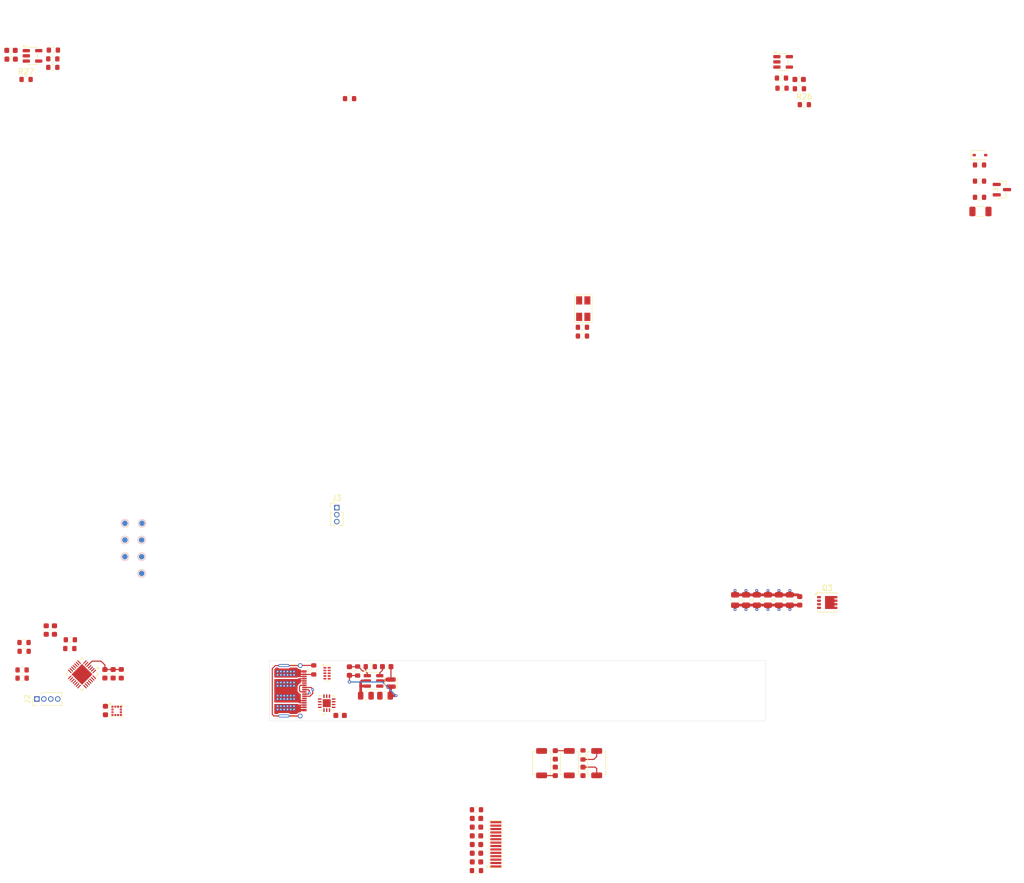
<source format=kicad_pcb>
(kicad_pcb
	(version 20241229)
	(generator "pcbnew")
	(generator_version "9.0")
	(general
		(thickness 1.6)
		(legacy_teardrops no)
	)
	(paper "A4")
	(layers
		(0 "F.Cu" signal)
		(4 "In1.Cu" signal)
		(6 "In2.Cu" signal)
		(2 "B.Cu" signal)
		(9 "F.Adhes" user "F.Adhesive")
		(11 "B.Adhes" user "B.Adhesive")
		(13 "F.Paste" user)
		(15 "B.Paste" user)
		(5 "F.SilkS" user "F.Silkscreen")
		(7 "B.SilkS" user "B.Silkscreen")
		(1 "F.Mask" user)
		(3 "B.Mask" user)
		(17 "Dwgs.User" user "User.Drawings")
		(19 "Cmts.User" user "User.Comments")
		(21 "Eco1.User" user "User.Eco1")
		(23 "Eco2.User" user "User.Eco2")
		(25 "Edge.Cuts" user)
		(27 "Margin" user)
		(31 "F.CrtYd" user "F.Courtyard")
		(29 "B.CrtYd" user "B.Courtyard")
		(35 "F.Fab" user)
		(33 "B.Fab" user)
		(39 "User.1" user)
		(41 "User.2" user)
		(43 "User.3" user)
		(45 "User.4" user)
	)
	(setup
		(stackup
			(layer "F.SilkS"
				(type "Top Silk Screen")
				(color "Black")
			)
			(layer "F.Paste"
				(type "Top Solder Paste")
			)
			(layer "F.Mask"
				(type "Top Solder Mask")
				(color "White")
				(thickness 0.01)
			)
			(layer "F.Cu"
				(type "copper")
				(thickness 0.035)
			)
			(layer "dielectric 1"
				(type "prepreg")
				(thickness 0.1)
				(material "FR4")
				(epsilon_r 4.5)
				(loss_tangent 0.02)
			)
			(layer "In1.Cu"
				(type "copper")
				(thickness 0.035)
			)
			(layer "dielectric 2"
				(type "core")
				(thickness 1.24)
				(material "FR4")
				(epsilon_r 4.5)
				(loss_tangent 0.02)
			)
			(layer "In2.Cu"
				(type "copper")
				(thickness 0.035)
			)
			(layer "dielectric 3"
				(type "prepreg")
				(thickness 0.1)
				(material "FR4")
				(epsilon_r 4.5)
				(loss_tangent 0.02)
			)
			(layer "B.Cu"
				(type "copper")
				(thickness 0.035)
			)
			(layer "B.Mask"
				(type "Bottom Solder Mask")
				(thickness 0.01)
			)
			(layer "B.Paste"
				(type "Bottom Solder Paste")
			)
			(layer "B.SilkS"
				(type "Bottom Silk Screen")
			)
			(copper_finish "None")
			(dielectric_constraints no)
		)
		(pad_to_mask_clearance 0)
		(allow_soldermask_bridges_in_footprints no)
		(tenting front back)
		(pcbplotparams
			(layerselection 0x00000000_00000000_55555555_5755f5ff)
			(plot_on_all_layers_selection 0x00000000_00000000_00000000_00000000)
			(disableapertmacros no)
			(usegerberextensions no)
			(usegerberattributes yes)
			(usegerberadvancedattributes yes)
			(creategerberjobfile yes)
			(dashed_line_dash_ratio 12.000000)
			(dashed_line_gap_ratio 3.000000)
			(svgprecision 4)
			(plotframeref no)
			(mode 1)
			(useauxorigin no)
			(hpglpennumber 1)
			(hpglpenspeed 20)
			(hpglpendiameter 15.000000)
			(pdf_front_fp_property_popups yes)
			(pdf_back_fp_property_popups yes)
			(pdf_metadata yes)
			(pdf_single_document no)
			(dxfpolygonmode yes)
			(dxfimperialunits yes)
			(dxfusepcbnewfont yes)
			(psnegative no)
			(psa4output no)
			(plot_black_and_white yes)
			(sketchpadsonfab no)
			(plotpadnumbers no)
			(hidednponfab no)
			(sketchdnponfab yes)
			(crossoutdnponfab yes)
			(subtractmaskfromsilk no)
			(outputformat 1)
			(mirror no)
			(drillshape 1)
			(scaleselection 1)
			(outputdirectory "")
		)
	)
	(net 0 "")
	(net 1 "+3.3V")
	(net 2 "GND")
	(net 3 "VBUS")
	(net 4 "Net-(U4-SW)")
	(net 5 "Net-(U4-BST)")
	(net 6 "Net-(U4-FB)")
	(net 7 "/NRST")
	(net 8 "/BTN1")
	(net 9 "/BTN2")
	(net 10 "/TC_FB")
	(net 11 "Net-(U6--)")
	(net 12 "/BOOTSEL")
	(net 13 "Net-(D1-A2)")
	(net 14 "Net-(D1-A1)")
	(net 15 "/SCL")
	(net 16 "/DISP_NRST")
	(net 17 "/SDA")
	(net 18 "Net-(D2-A)")
	(net 19 "/TIP_H")
	(net 20 "/SWDIO")
	(net 21 "/D-")
	(net 22 "/D+")
	(net 23 "/HEATER_ON")
	(net 24 "/CURR_FB")
	(net 25 "/VBUS_FB")
	(net 26 "/TIP_K")
	(net 27 "Net-(U6-+)")
	(net 28 "/LED_B")
	(net 29 "/LED_A")
	(net 30 "/PA15")
	(net 31 "/PD0")
	(net 32 "/PD1")
	(net 33 "/CC2")
	(net 34 "/CC1")
	(net 35 "/LED_RING")
	(net 36 "/ACC_INT1")
	(net 37 "/SWCLK")
	(net 38 "/INT_N")
	(net 39 "/ACC_INT2")
	(net 40 "/PB3")
	(net 41 "Net-(J4-Pin_13)")
	(net 42 "Net-(J4-Pin_2)")
	(net 43 "Net-(J4-Pin_1)")
	(net 44 "Net-(J4-Pin_4)")
	(net 45 "Net-(J4-Pin_3)")
	(net 46 "Net-(J4-Pin_14)")
	(net 47 "Net-(U7--)")
	(net 48 "Net-(J1-SHIELD)")
	(net 49 "unconnected-(J4-Pin_6-Pad6)")
	(net 50 "Net-(J4-Pin_12)")
	(net 51 "Net-(Q1-E)")
	(net 52 "Net-(Q1-B)")
	(net 53 "Net-(R13-Pad2)")
	(net 54 "Net-(U7-+)")
	(net 55 "unconnected-(U5-~{CS}-Pad10)")
	(net 56 "/JDP")
	(net 57 "/JDN")
	(net 58 "unconnected-(U8-NC-Pad6)")
	(net 59 "unconnected-(U8-NC-Pad10)")
	(net 60 "unconnected-(U8-NC-Pad7)")
	(net 61 "unconnected-(U8-NC-Pad9)")
	(net 62 "/SHUNT_H")
	(net 63 "Net-(C31-Pad2)")
	(net 64 "Net-(J4-Pin_9)")
	(net 65 "Net-(R18-Pad2)")
	(net 66 "Net-(U1-VDDA)")
	(footprint "Capacitor_SMD:C_0603_1608Metric" (layer "F.Cu") (at 152.65 167.4 90))
	(footprint "Capacitor_SMD:C_0603_1608Metric" (layer "F.Cu") (at 59.8 141.625 90))
	(footprint "Package_SON:USON-10_2.5x1.0mm_P0.5mm" (layer "F.Cu") (at 111.015 149.5))
	(footprint "Resistor_SMD:R_0603_1608Metric" (layer "F.Cu") (at 61 39))
	(footprint "Package_TO_SOT_SMD:SOT-23-5" (layer "F.Cu") (at 194.2 38))
	(footprint "Resistor_SMD:R_0603_1608Metric" (layer "F.Cu") (at 64.1 145))
	(footprint "Capacitor_SMD:C_0805_2012Metric" (layer "F.Cu") (at 189.4 136.15 -90))
	(footprint "Resistor_SMD:R_0603_1608Metric" (layer "F.Cu") (at 55.4 150.4))
	(footprint "Capacitor_SMD:C_0603_1608Metric" (layer "F.Cu") (at 138.275 180.742857))
	(footprint "Capacitor_SMD:C_0603_1608Metric" (layer "F.Cu") (at 138.275 183.914286))
	(footprint "Inductor_SMD:L_Changjiang_FTC201607S" (layer "F.Cu") (at 122.7 151.3 -90))
	(footprint "Resistor_SMD:R_0603_1608Metric" (layer "F.Cu") (at 55.775 145.5))
	(footprint "Capacitor_SMD:C_0805_2012Metric" (layer "F.Cu") (at 185.43 136.15 -90))
	(footprint "Resistor_SMD:R_0603_1608Metric" (layer "F.Cu") (at 61 37.45))
	(footprint "Package_TO_SOT_SMD:SOT-23-5" (layer "F.Cu") (at 57.3 36.9))
	(footprint "Capacitor_SMD:C_0805_2012Metric" (layer "F.Cu") (at 191.43 136.15 -90))
	(footprint "Resistor_SMD:R_0603_1608Metric" (layer "F.Cu") (at 157.7 164.4 -90))
	(footprint "Capacitor_SMD:C_0603_1608Metric" (layer "F.Cu") (at 72 149.6 -90))
	(footprint "Connector_USB:USB_C_Receptacle_G-Switch_GT-USB-7025" (layer "F.Cu") (at 103.439427 152.7 -90))
	(footprint "Resistor_SMD:R_0603_1608Metric" (layer "F.Cu") (at 116.6 149.1 90))
	(footprint "Capacitor_SMD:C_0603_1608Metric" (layer "F.Cu") (at 138.275 182.328571))
	(footprint "Resistor_SMD:R_0603_1608Metric" (layer "F.Cu") (at 230.025 59.75))
	(footprint "Capacitor_SMD:C_0805_2012Metric" (layer "F.Cu") (at 195.43 136.15 -90))
	(footprint "Capacitor_SMD:C_0603_1608Metric" (layer "F.Cu") (at 197.23 136.3 -90))
	(footprint "Capacitor_SMD:C_0603_1608Metric" (layer "F.Cu") (at 70.5 149.6 -90))
	(footprint "Resistor_SMD:R_1206_3216Metric" (layer "F.Cu") (at 230.1925 65.28))
	(footprint "Capacitor_SMD:C_0603_1608Metric" (layer "F.Cu") (at 138.275 177.571429))
	(footprint "Connector_PinHeader_1.27mm:PinHeader_1x03_P1.27mm_Vertical" (layer "F.Cu") (at 112.8 119.3))
	(footprint "Capacitor_SMD:C_0805_2012Metric" (layer "F.Cu") (at 193.43 136.15 -90))
	(footprint "Resistor_SMD:R_0603_1608Metric" (layer "F.Cu") (at 157.6 86.4))
	(footprint "Capacitor_SMD:C_0603_1608Metric" (layer "F.Cu") (at 152.65 164.4 -90))
	(footprint "Capacitor_SMD:C_0805_2012Metric" (layer "F.Cu") (at 121.6 153.6 180))
	(footprint "Custom:FPC_14" (layer "F.Cu") (at 141.8 180.71 90))
	(footprint "Capacitor_SMD:C_0603_1608Metric" (layer "F.Cu") (at 115.1 149.1 90))
	(footprint "Package_TO_SOT_SMD:TSOT-23-6" (layer "F.Cu") (at 119.5 150.9))
	(footprint "Package_LGA:LGA-12_2x2mm_P0.5mm" (layer "F.Cu") (at 72.65 156.3625))
	(footprint "Package_DFN_QFN:WQFN-28-1EP_4x4mm_P0.4mm_EP2.7x2.7mm" (layer "F.Cu") (at 66.32946 149.704854 -135))
	(footprint "Resistor_SMD:R_0603_1608Metric" (layer "F.Cu") (at 64.2 143.4))
	(footprint "Capacitor_SMD:C_0603_1608Metric" (layer "F.Cu") (at 138.275 179.157143))
	(footprint "Connector_PinHeader_1.27mm:PinHeader_1x04_P1.27mm_Vertical" (layer "F.Cu") (at 58.095 154.2 90))
	(footprint "Capacitor_SMD:C_0603_1608Metric" (layer "F.Cu") (at 70.6 156.3 90))
	(footprint "Resistor_SMD:R_0603_1608Metric" (layer "F.Cu") (at 193.9 40.95))
	(footprint "MountingHole:MountingHole_2.2mm_M2" (layer "F.Cu") (at 127.2 152.7))
	(footprint "Resistor_SMD:R_0603_1608Metric" (layer "F.Cu") (at 55.75 143.9))
	(footprint "Resistor_SMD:R_0603_1608Metric" (layer "F.Cu") (at 194 42.8))
	(footprint "Resistor_SMD:R_0603_1608Metric" (layer "F.Cu") (at 157.6 88))
	(footprint "Capacitor_SMD:C_0603_1608Metric" (layer "F.Cu") (at 61.3 141.625 90))
	(footprint "Resistor_SMD:R_0603_1608Metric" (layer "F.Cu") (at 118.9 148.3))
	(footprint "Resistor_SMD:R_0603_1608Metric"
		(layer "F.Cu")
		(uuid "abdec049-e324-4389-beec-d8530a334164")
		(at 230.025 56.8)
		(descr "Resistor SMD 0603 (1608 Metric), square (rectangular) end terminal, IPC-7351 nominal, (Body size source: IPC-SM-782 page 72, https://www.pcb-3d.com/wordpress/wp-content/uploads/ipc-sm-782a_amendment_1_and_2.pdf), generated with kicad-footprint-generator")
		(tags "resistor")
		(property "Reference" "R21"
			(at 0 -1.43 0)
			(layer "F.SilkS")
			(hide yes)
			(uuid "9f9d5b30-4b70-4e84-9b7e-e0a18cd07ea8")
			(effects
				(font
					(size 1 1)
					(thickness 0.15)
				)
			)
		)
		(property "Value" "1k"
			(at 0 1.43 0)
			(layer "F.Fab")
			(uuid "0ae6ce7a-5b66-455a-b087-6bc4e9247e1f")
			(effects
				(font
					(size 1 1)
					(thickness 0.15)
				)
			)
		)
		(property "Datasheet" "~"
			(at 0 0 0)
			(layer "F.Fab")
			(hide yes)
			(uuid "052a8ca2-695d-4064-b381-5b30b48cf909")
			(effects
				(font
					(size 1.27 1.27)
					(thickness 0.15)
				)
			)
		)
		(property "Description" "Resistor, small symbol"
			(at 0 0 0)
			(layer "F.Fab")
			(hide yes)
			(uuid "6a0405a6-bd44-4f9b-9fe4-8320c19b47ac")
			(effects
				(font
					(size 1.27 1.27)
					(thickness 0.15)
				)
			)
		)
		(property ki_fp_filters "R_*")
		(path "/28fab567-62af-40d2-b9da-14c12f39517a")
		(sheetname "/")
		(sheetfile "usbc_soldering_iron.kicad_sch")
		(attr smd)
		(fp_line
			(start -0.237258 -0.5225)
			(end 0.237258 -0.5225)
			(stroke
				(width 0.12)
				(type solid)
			)
			(layer "F.SilkS")
			(uuid "1b244261-4b49-4c61-9bc8-872d768ec778")
		)
		(fp_line
			(start -0.237258 0.5225)
			(end 0.237258 0.5225)
			(stroke
				(width 0.12)
				(type solid)
			)
			(layer "F.SilkS")
			(uuid "90c9cf69-022a-41ce-9f01-d91820bdedab")
		)
		(fp_rect
			(start -1.48 -0.73)
			(end 1.48 0.73)
			(stroke
				(width 0.05)
				(type solid)
			)
			(fill no)
			(layer "F.Crt
... [216520 chars truncated]
</source>
